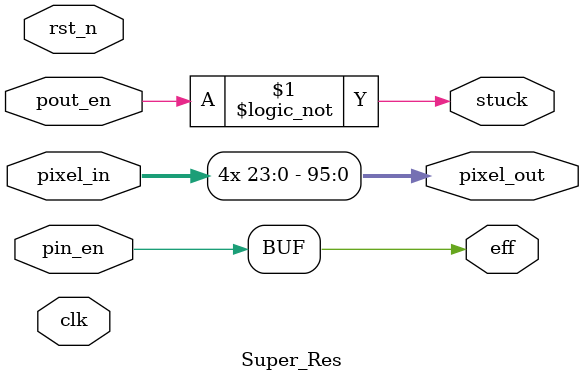
<source format=v>
module Super_Res #(
    parameter PIXEL_WIDTH = 24
) (
    input wire clk,
    input wire rst_n,
    input wire [PIXEL_WIDTH-1:0] pixel_in,// 低分像素输入
    output wire [PIXEL_WIDTH*4-1:0] pixel_out,// 四个一组高分像素输出
    input wire pin_en,// 1：上游告知模块输入数据有效
    input wire pout_en,// 1：下游告知模块请求输出
    output wire stuck,// 1：模块告知上游正忙，拒收数据
    output wire eff// 1：模块告知下游输出有效
);

assign pixel_out = {4{pixel_in}};
assign eff = pin_en;
assign stuck = !pout_en;

endmodule
</source>
